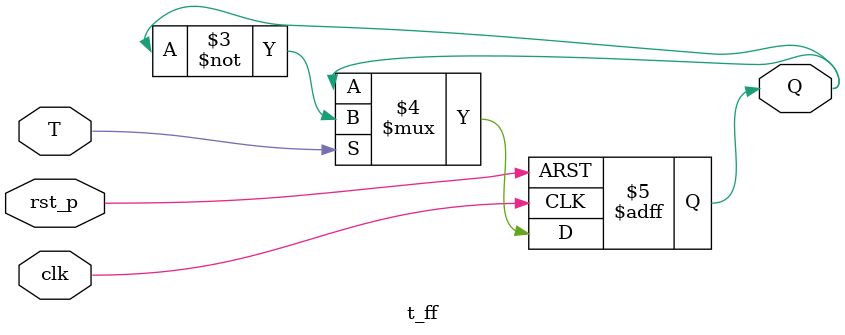
<source format=v>
`timescale 1ns / 1ps


module t_ff(
    input clk,
    input rst_p, // async active-low reset
    input T,
    output reg Q
    );
    always @ (posedge clk or negedge rst_p) begin
        if(!rst_p) Q <= 1'b0;
        else Q <= T ? ~Q : Q;
    end
endmodule

</source>
